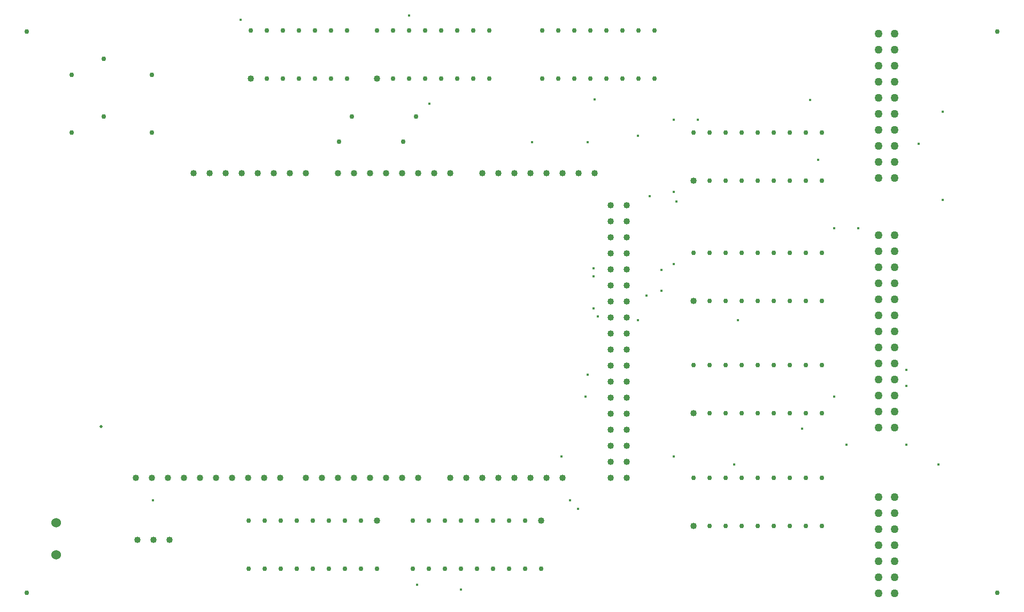
<source format=gbr>
G04 PROTEUS GERBER X2 FILE*
%TF.GenerationSoftware,Labcenter,Proteus,8.13-SP0-Build31525*%
%TF.CreationDate,2024-05-27T21:02:12+00:00*%
%TF.FileFunction,Plated,1,2,PTH*%
%TF.FilePolarity,Positive*%
%TF.Part,Single*%
%TF.SameCoordinates,{0b308d22-9aa3-4b5f-a824-e55e50807f99}*%
%FSLAX45Y45*%
%MOMM*%
G01*
%TA.AperFunction,ViaDrill*%
%ADD51C,0.381000*%
%ADD52C,0.508000*%
%TA.AperFunction,ComponentDrill*%
%ADD53C,1.016000*%
%TA.AperFunction,ComponentDrill*%
%ADD54C,0.762000*%
%TA.AperFunction,ComponentDrill*%
%ADD55C,1.270000*%
%TA.AperFunction,OtherDrill,Unknown*%
%ADD56C,0.762000*%
%TA.AperFunction,ComponentDrill*%
%ADD57C,1.524000*%
%TD.AperFunction*%
D51*
X+3619500Y-127000D03*
X+2032000Y-127000D03*
X+1333500Y+698500D03*
X+3556000Y-2413000D03*
X+5143500Y-1333500D03*
X+2032000Y+2794000D03*
X-1460500Y-4318000D03*
X-770000Y-4394200D03*
X+2603500Y+3048000D03*
X+2984500Y+3048000D03*
X+2603500Y+1905000D03*
X+6286500Y-910000D03*
X+6286500Y-1170000D03*
X+6286500Y-2095500D03*
X+5334000Y-2095500D03*
X+1397000Y-63500D03*
X+2222500Y+1841500D03*
X+2410000Y+670000D03*
X+2410000Y+340000D03*
X+2172970Y+267970D03*
X+5524500Y+1333500D03*
X+5143500Y+1333500D03*
X+4889500Y+2413000D03*
X+6477000Y+2667000D03*
X+6794500Y-2413000D03*
X+4635500Y-1841500D03*
X+1206500Y-1333500D03*
X+1333500Y+63500D03*
X+1333500Y+571500D03*
X+2603500Y+762000D03*
X-1270000Y+3302000D03*
X-5649831Y-2980417D03*
D52*
X-6469585Y-1806598D03*
D51*
X-4254500Y+4635500D03*
X-1587500Y+4699000D03*
X+6858000Y+3175000D03*
X+6858000Y+1778000D03*
X+4762500Y+3365500D03*
X+1350000Y+3370000D03*
X+1240000Y+2690000D03*
X+357347Y+2690896D03*
X+825500Y-2286000D03*
X+960120Y-2981960D03*
X+1235710Y-986790D03*
X+2603500Y-2286000D03*
X+1082040Y-3116580D03*
X+2642178Y+1751445D03*
D53*
X-5000000Y+2200000D03*
X-4746000Y+2200000D03*
X-4492000Y+2200000D03*
X-4238000Y+2200000D03*
X-3984000Y+2200000D03*
X-3730000Y+2200000D03*
X-3476000Y+2200000D03*
X-3222000Y+2200000D03*
X-2714000Y+2200000D03*
X-2460000Y+2200000D03*
X-2206000Y+2200000D03*
X-1952000Y+2200000D03*
X-1698000Y+2200000D03*
X-1444000Y+2200000D03*
X-1190000Y+2200000D03*
X-936000Y+2200000D03*
X-428000Y+2200000D03*
X-174000Y+2200000D03*
X+80000Y+2200000D03*
X+334000Y+2200000D03*
X+588000Y+2200000D03*
X+842000Y+2200000D03*
X+1096000Y+2200000D03*
X+1350000Y+2200000D03*
X+1604000Y+1692000D03*
X+1604000Y+1438000D03*
X+1604000Y+1184000D03*
X+1604000Y+930000D03*
X+1604000Y+676000D03*
X+1604000Y+422000D03*
X+1604000Y+168000D03*
X+1604000Y-86000D03*
X+1604000Y-340000D03*
X+1604000Y-594000D03*
X+1604000Y-848000D03*
X+1604000Y-1102000D03*
X+1604000Y-1356000D03*
X+1604000Y-1610000D03*
X+1604000Y-1864000D03*
X+1604000Y-2118000D03*
X+1604000Y-2372000D03*
X+1604000Y-2626000D03*
X+1858000Y+1692000D03*
X+1858000Y+1438000D03*
X+1858000Y+1184000D03*
X+1858000Y+930000D03*
X+1858000Y+676000D03*
X+1858000Y+422000D03*
X+1858000Y+168000D03*
X+1858000Y-86000D03*
X+1858000Y-340000D03*
X+1858000Y-594000D03*
X+1858000Y-848000D03*
X+1858000Y-1102000D03*
X+1858000Y-1356000D03*
X+1858000Y-1610000D03*
X+1858000Y-1864000D03*
X+1858000Y-2118000D03*
X+1858000Y-2372000D03*
X+1858000Y-2626000D03*
X+842000Y-2626000D03*
X+588000Y-2626000D03*
X+334000Y-2626000D03*
X+80000Y-2626000D03*
X-174000Y-2626000D03*
X-428000Y-2626000D03*
X-682000Y-2626000D03*
X-936000Y-2626000D03*
X-1444000Y-2626000D03*
X-1698000Y-2626000D03*
X-1952000Y-2626000D03*
X-2206000Y-2626000D03*
X-2460000Y-2626000D03*
X-2714000Y-2626000D03*
X-2968000Y-2626000D03*
X-3222000Y-2626000D03*
X-3628400Y-2626000D03*
X-3882400Y-2626000D03*
X-4136400Y-2626000D03*
X-4390400Y-2626000D03*
X-4644400Y-2626000D03*
X-4898400Y-2626000D03*
X-5152400Y-2626000D03*
X-5406400Y-2626000D03*
X-5660400Y-2626000D03*
X-5914400Y-2626000D03*
X-2100000Y-3300000D03*
D54*
X-2354000Y-3300000D03*
X-2608000Y-3300000D03*
X-2862000Y-3300000D03*
X-3116000Y-3300000D03*
X-3370000Y-3300000D03*
X-3624000Y-3300000D03*
X-3878000Y-3300000D03*
X-4132000Y-3300000D03*
X-4132000Y-4062000D03*
X-3878000Y-4062000D03*
X-3624000Y-4062000D03*
X-3370000Y-4062000D03*
X-3116000Y-4062000D03*
X-2862000Y-4062000D03*
X-2608000Y-4062000D03*
X-2354000Y-4062000D03*
X-2100000Y-4062000D03*
D53*
X+500000Y-3300000D03*
D54*
X+246000Y-3300000D03*
X-8000Y-3300000D03*
X-262000Y-3300000D03*
X-516000Y-3300000D03*
X-770000Y-3300000D03*
X-1024000Y-3300000D03*
X-1278000Y-3300000D03*
X-1532000Y-3300000D03*
X-1532000Y-4062000D03*
X-1278000Y-4062000D03*
X-1024000Y-4062000D03*
X-770000Y-4062000D03*
X-516000Y-4062000D03*
X-262000Y-4062000D03*
X-8000Y-4062000D03*
X+246000Y-4062000D03*
X+500000Y-4062000D03*
D55*
X+5846000Y-2930000D03*
X+6100000Y-2930000D03*
X+5846000Y-3184000D03*
X+6100000Y-3184000D03*
X+5846000Y-3438000D03*
X+6100000Y-3438000D03*
X+5846000Y-3692000D03*
X+6100000Y-3692000D03*
X+5846000Y-3946000D03*
X+6100000Y-3946000D03*
X+5846000Y-4200000D03*
X+6100000Y-4200000D03*
X+5846000Y-4454000D03*
X+6100000Y-4454000D03*
X+5846000Y+1224000D03*
X+6100000Y+1224000D03*
X+5846000Y+970000D03*
X+6100000Y+970000D03*
X+5846000Y+716000D03*
X+6100000Y+716000D03*
X+5846000Y+462000D03*
X+6100000Y+462000D03*
X+5846000Y+208000D03*
X+6100000Y+208000D03*
X+5846000Y-46000D03*
X+6100000Y-46000D03*
X+5846000Y-300000D03*
X+6100000Y-300000D03*
X+5846000Y-554000D03*
X+6100000Y-554000D03*
X+5846000Y-808000D03*
X+6100000Y-808000D03*
X+5846000Y-1062000D03*
X+6100000Y-1062000D03*
X+5846000Y-1316000D03*
X+6100000Y-1316000D03*
X+5846000Y-1570000D03*
X+6100000Y-1570000D03*
X+5846000Y-1824000D03*
X+6100000Y-1824000D03*
X+5846000Y+4416000D03*
X+6100000Y+4416000D03*
X+5846000Y+4162000D03*
X+6100000Y+4162000D03*
X+5846000Y+3908000D03*
X+6100000Y+3908000D03*
X+5846000Y+3654000D03*
X+6100000Y+3654000D03*
X+5846000Y+3400000D03*
X+6100000Y+3400000D03*
X+5846000Y+3146000D03*
X+6100000Y+3146000D03*
X+5846000Y+2892000D03*
X+6100000Y+2892000D03*
X+5846000Y+2638000D03*
X+6100000Y+2638000D03*
X+5846000Y+2384000D03*
X+6100000Y+2384000D03*
X+5846000Y+2130000D03*
X+6100000Y+2130000D03*
D54*
X-2700000Y+2700000D03*
X-1684000Y+2700000D03*
X-2500000Y+3100000D03*
X-1484000Y+3100000D03*
D53*
X-4100000Y+3700000D03*
D54*
X-3846000Y+3700000D03*
X-3592000Y+3700000D03*
X-3338000Y+3700000D03*
X-3084000Y+3700000D03*
X-2830000Y+3700000D03*
X-2576000Y+3700000D03*
X-2576000Y+4462000D03*
X-2830000Y+4462000D03*
X-3084000Y+4462000D03*
X-3338000Y+4462000D03*
X-3592000Y+4462000D03*
X-3846000Y+4462000D03*
X-4100000Y+4462000D03*
X-5660200Y+2846000D03*
X-6930200Y+2846000D03*
X-6422200Y+3100000D03*
X-5660200Y+3758700D03*
X-6930200Y+3758700D03*
X-6422200Y+4012700D03*
X+519100Y+3700000D03*
X+773100Y+3700000D03*
X+1027100Y+3700000D03*
X+1281100Y+3700000D03*
X+1535100Y+3700000D03*
X+1789100Y+3700000D03*
X+2043100Y+3700000D03*
X+2297100Y+3700000D03*
X+2297100Y+4462000D03*
X+2043100Y+4462000D03*
X+1789100Y+4462000D03*
X+1535100Y+4462000D03*
X+1281100Y+4462000D03*
X+1027100Y+4462000D03*
X+773100Y+4462000D03*
X+519100Y+4462000D03*
D53*
X+2911300Y-3384950D03*
D54*
X+3165300Y-3384950D03*
X+3419300Y-3384950D03*
X+3673300Y-3384950D03*
X+3927300Y-3384950D03*
X+4181300Y-3384950D03*
X+4435300Y-3384950D03*
X+4689300Y-3384950D03*
X+4943300Y-3384950D03*
X+4943300Y-2622950D03*
X+4689300Y-2622950D03*
X+4435300Y-2622950D03*
X+4181300Y-2622950D03*
X+3927300Y-2622950D03*
X+3673300Y-2622950D03*
X+3419300Y-2622950D03*
X+3165300Y-2622950D03*
X+2911300Y-2622950D03*
D53*
X+2914300Y-1600000D03*
D54*
X+3168300Y-1600000D03*
X+3422300Y-1600000D03*
X+3676300Y-1600000D03*
X+3930300Y-1600000D03*
X+4184300Y-1600000D03*
X+4438300Y-1600000D03*
X+4692300Y-1600000D03*
X+4946300Y-1600000D03*
X+4946300Y-838000D03*
X+4692300Y-838000D03*
X+4438300Y-838000D03*
X+4184300Y-838000D03*
X+3930300Y-838000D03*
X+3676300Y-838000D03*
X+3422300Y-838000D03*
X+3168300Y-838000D03*
X+2914300Y-838000D03*
D53*
X+2914300Y+177800D03*
D54*
X+3168300Y+177800D03*
X+3422300Y+177800D03*
X+3676300Y+177800D03*
X+3930300Y+177800D03*
X+4184300Y+177800D03*
X+4438300Y+177800D03*
X+4692300Y+177800D03*
X+4946300Y+177800D03*
X+4946300Y+939800D03*
X+4692300Y+939800D03*
X+4438300Y+939800D03*
X+4184300Y+939800D03*
X+3930300Y+939800D03*
X+3676300Y+939800D03*
X+3422300Y+939800D03*
X+3168300Y+939800D03*
X+2914300Y+939800D03*
D53*
X+2915100Y+2081000D03*
D54*
X+3169100Y+2081000D03*
X+3423100Y+2081000D03*
X+3677100Y+2081000D03*
X+3931100Y+2081000D03*
X+4185100Y+2081000D03*
X+4439100Y+2081000D03*
X+4693100Y+2081000D03*
X+4947100Y+2081000D03*
X+4947100Y+2843000D03*
X+4693100Y+2843000D03*
X+4439100Y+2843000D03*
X+4185100Y+2843000D03*
X+3931100Y+2843000D03*
X+3677100Y+2843000D03*
X+3423100Y+2843000D03*
X+3169100Y+2843000D03*
X+2915100Y+2843000D03*
D53*
X-5887680Y-3603160D03*
X-5633680Y-3603160D03*
X-5379680Y-3603160D03*
X-2100000Y+3700000D03*
D54*
X-1846000Y+3700000D03*
X-1592000Y+3700000D03*
X-1338000Y+3700000D03*
X-1084000Y+3700000D03*
X-830000Y+3700000D03*
X-576000Y+3700000D03*
X-322000Y+3700000D03*
X-322000Y+4462000D03*
X-576000Y+4462000D03*
X-830000Y+4462000D03*
X-1084000Y+4462000D03*
X-1338000Y+4462000D03*
X-1592000Y+4462000D03*
X-1846000Y+4462000D03*
X-2100000Y+4462000D03*
D56*
X+7724000Y+4445000D03*
X+7724000Y-4445000D03*
X-7643000Y+4445000D03*
X-7643000Y-4445000D03*
D57*
X-7178040Y-3337560D03*
X-7178040Y-3845560D03*
M02*

</source>
